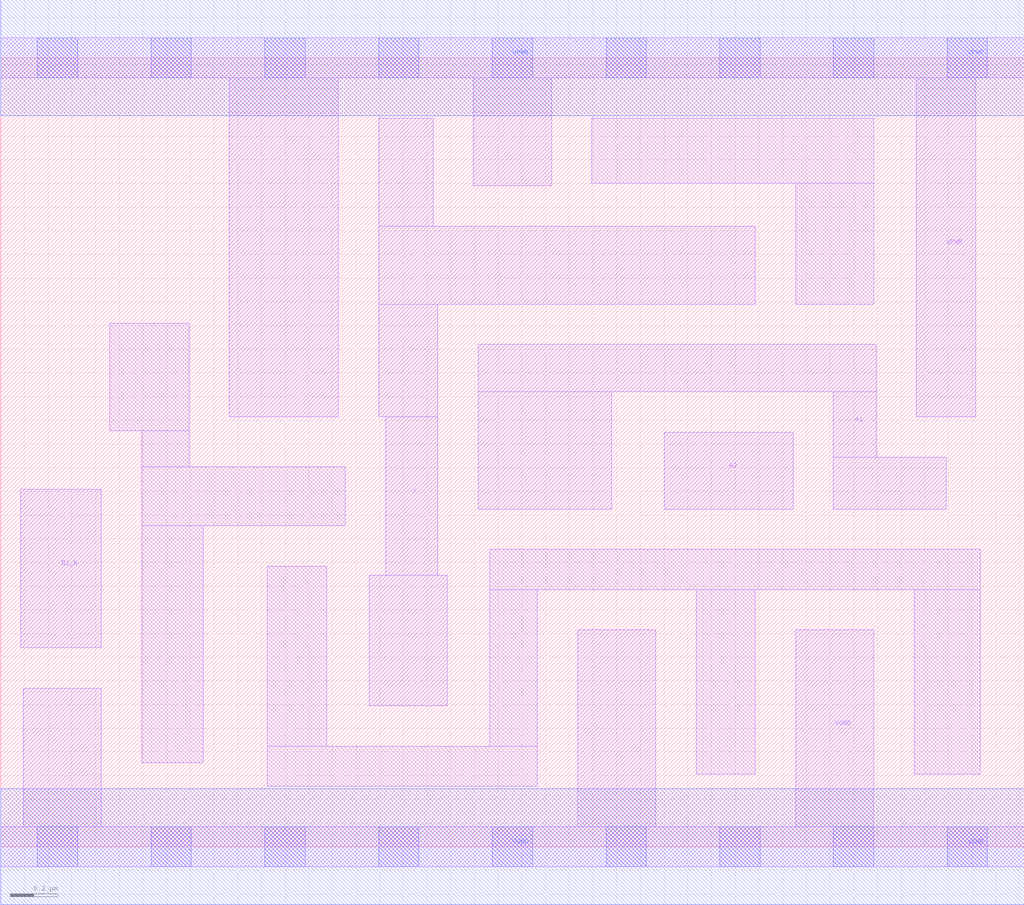
<source format=lef>
# Copyright 2020 The SkyWater PDK Authors
#
# Licensed under the Apache License, Version 2.0 (the "License");
# you may not use this file except in compliance with the License.
# You may obtain a copy of the License at
#
#     https://www.apache.org/licenses/LICENSE-2.0
#
# Unless required by applicable law or agreed to in writing, software
# distributed under the License is distributed on an "AS IS" BASIS,
# WITHOUT WARRANTIES OR CONDITIONS OF ANY KIND, either express or implied.
# See the License for the specific language governing permissions and
# limitations under the License.
#
# SPDX-License-Identifier: Apache-2.0

VERSION 5.7 ;
  NAMESCASESENSITIVE ON ;
  NOWIREEXTENSIONATPIN ON ;
  DIVIDERCHAR "/" ;
  BUSBITCHARS "[]" ;
UNITS
  DATABASE MICRONS 200 ;
END UNITS
MACRO sky130_fd_sc_lp__o21bai_2
  CLASS CORE ;
  SOURCE USER ;
  FOREIGN sky130_fd_sc_lp__o21bai_2 ;
  ORIGIN  0.000000  0.000000 ;
  SIZE  4.320000 BY  3.330000 ;
  SYMMETRY X Y R90 ;
  SITE unit ;
  PIN A1
    ANTENNAGATEAREA  0.630000 ;
    DIRECTION INPUT ;
    USE SIGNAL ;
    PORT
      LAYER li1 ;
        RECT 2.015000 1.425000 2.580000 1.920000 ;
        RECT 2.015000 1.920000 3.695000 2.120000 ;
        RECT 3.515000 1.425000 3.990000 1.645000 ;
        RECT 3.515000 1.645000 3.695000 1.920000 ;
    END
  END A1
  PIN A2
    ANTENNAGATEAREA  0.630000 ;
    DIRECTION INPUT ;
    USE SIGNAL ;
    PORT
      LAYER li1 ;
        RECT 2.800000 1.425000 3.345000 1.750000 ;
    END
  END A2
  PIN B1_N
    ANTENNAGATEAREA  0.126000 ;
    DIRECTION INPUT ;
    USE SIGNAL ;
    PORT
      LAYER li1 ;
        RECT 0.085000 0.840000 0.425000 1.510000 ;
    END
  END B1_N
  PIN Y
    ANTENNADIFFAREA  0.940800 ;
    DIRECTION OUTPUT ;
    USE SIGNAL ;
    PORT
      LAYER li1 ;
        RECT 1.555000 0.595000 1.885000 1.145000 ;
        RECT 1.595000 1.815000 1.845000 2.290000 ;
        RECT 1.595000 2.290000 3.185000 2.620000 ;
        RECT 1.595000 2.620000 1.825000 3.075000 ;
        RECT 1.625000 1.145000 1.845000 1.815000 ;
    END
  END Y
  PIN VGND
    DIRECTION INOUT ;
    USE GROUND ;
    PORT
      LAYER li1 ;
        RECT 0.000000 -0.085000 4.320000 0.085000 ;
        RECT 0.095000  0.085000 0.425000 0.670000 ;
        RECT 2.435000  0.085000 2.765000 0.915000 ;
        RECT 3.355000  0.085000 3.685000 0.915000 ;
      LAYER mcon ;
        RECT 0.155000 -0.085000 0.325000 0.085000 ;
        RECT 0.635000 -0.085000 0.805000 0.085000 ;
        RECT 1.115000 -0.085000 1.285000 0.085000 ;
        RECT 1.595000 -0.085000 1.765000 0.085000 ;
        RECT 2.075000 -0.085000 2.245000 0.085000 ;
        RECT 2.555000 -0.085000 2.725000 0.085000 ;
        RECT 3.035000 -0.085000 3.205000 0.085000 ;
        RECT 3.515000 -0.085000 3.685000 0.085000 ;
        RECT 3.995000 -0.085000 4.165000 0.085000 ;
      LAYER met1 ;
        RECT 0.000000 -0.245000 4.320000 0.245000 ;
    END
  END VGND
  PIN VPWR
    DIRECTION INOUT ;
    USE POWER ;
    PORT
      LAYER li1 ;
        RECT 0.000000 3.245000 4.320000 3.415000 ;
        RECT 0.965000 1.815000 1.425000 3.245000 ;
        RECT 1.995000 2.790000 2.325000 3.245000 ;
        RECT 3.865000 1.815000 4.115000 3.245000 ;
      LAYER mcon ;
        RECT 0.155000 3.245000 0.325000 3.415000 ;
        RECT 0.635000 3.245000 0.805000 3.415000 ;
        RECT 1.115000 3.245000 1.285000 3.415000 ;
        RECT 1.595000 3.245000 1.765000 3.415000 ;
        RECT 2.075000 3.245000 2.245000 3.415000 ;
        RECT 2.555000 3.245000 2.725000 3.415000 ;
        RECT 3.035000 3.245000 3.205000 3.415000 ;
        RECT 3.515000 3.245000 3.685000 3.415000 ;
        RECT 3.995000 3.245000 4.165000 3.415000 ;
      LAYER met1 ;
        RECT 0.000000 3.085000 4.320000 3.575000 ;
    END
  END VPWR
  OBS
    LAYER li1 ;
      RECT 0.460000 1.755000 0.795000 2.210000 ;
      RECT 0.595000 0.355000 0.855000 1.355000 ;
      RECT 0.595000 1.355000 1.455000 1.605000 ;
      RECT 0.595000 1.605000 0.795000 1.755000 ;
      RECT 1.125000 0.255000 2.265000 0.425000 ;
      RECT 1.125000 0.425000 1.375000 1.185000 ;
      RECT 2.065000 0.425000 2.265000 1.085000 ;
      RECT 2.065000 1.085000 4.135000 1.255000 ;
      RECT 2.495000 2.800000 3.685000 3.075000 ;
      RECT 2.935000 0.305000 3.185000 1.085000 ;
      RECT 3.355000 2.290000 3.685000 2.800000 ;
      RECT 3.855000 0.305000 4.135000 1.085000 ;
  END
END sky130_fd_sc_lp__o21bai_2

</source>
